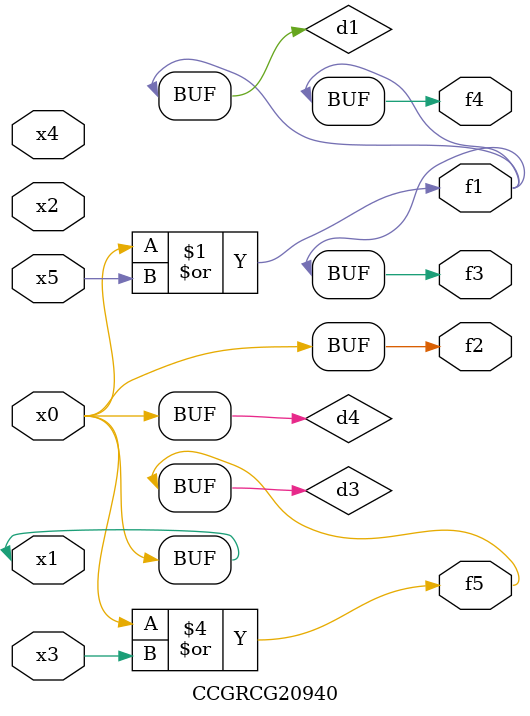
<source format=v>
module CCGRCG20940(
	input x0, x1, x2, x3, x4, x5,
	output f1, f2, f3, f4, f5
);

	wire d1, d2, d3, d4;

	or (d1, x0, x5);
	xnor (d2, x1, x4);
	or (d3, x0, x3);
	buf (d4, x0, x1);
	assign f1 = d1;
	assign f2 = d4;
	assign f3 = d1;
	assign f4 = d1;
	assign f5 = d3;
endmodule

</source>
